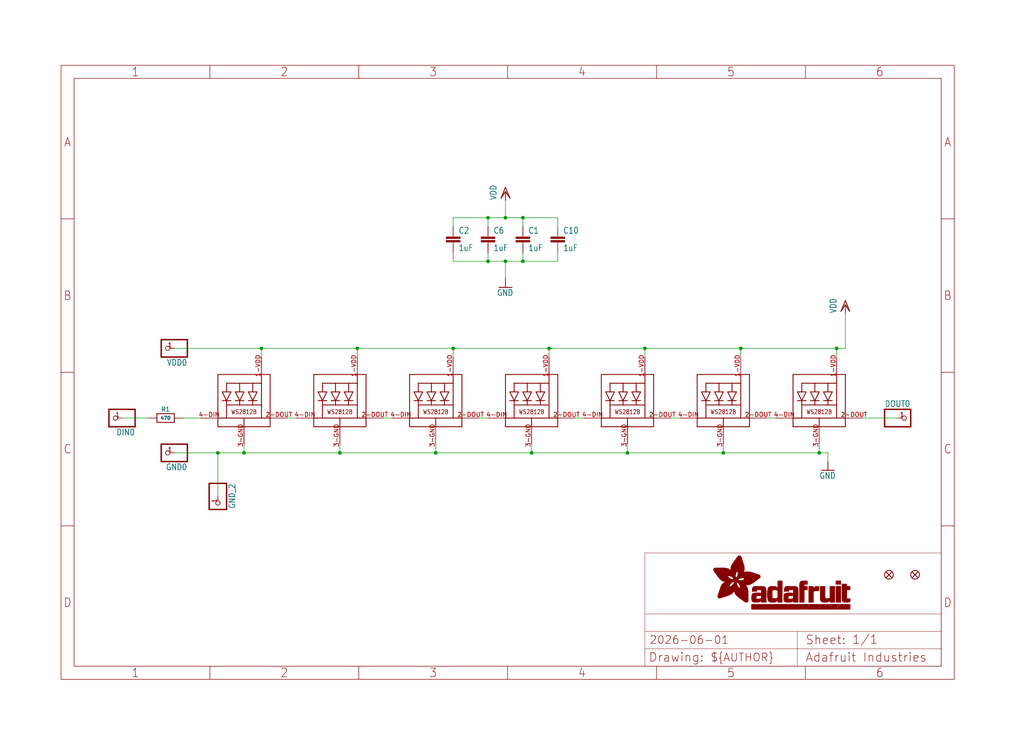
<source format=kicad_sch>
(kicad_sch (version 20230121) (generator eeschema)
  (paper "User" 298.45 217.322)
  (lib_symbols
    (symbol "working-eagle-import:C-EUC0603"
      (property "Reference" "C" (at 1.524 0.381 0))
      (symbol "C-EUC0603_1_0"
        (pin passive line (at 0 2.54 270) (length 2.54) (name "1") (number "1"))
        (pin passive line (at 0 -5.08 90) (length 2.54) (name "2") (number "2"))
      )
    )
    (symbol "working-eagle-import:FIDUCIAL{dblquote}{dblquote}")
    (symbol "working-eagle-import:FRAME_A4_ADAFRUIT"
      (symbol "FRAME_A4_ADAFRUIT_1_0"
        (text "${#}/${##}" (at 230.505 10.16 0) (effects (font (size 2.54 2.54)) (justify left bottom)))
        (text "${AUTHOR}" (at 189.23 5.08 0) (effects (font (size 2.286 2.286)) (justify left bottom)))
        (text "${CURRENT_DATE}" (at 171.45 10.16 0) (effects (font (size 2.286 2.286)) (justify left bottom)))
        (text "${PROJECTNAME}" (at 171.45 15.24 0) (effects (font (size 2.54 2.54)) (justify left bottom)))
        (text "1" (at 21.6958 1.905 0) (effects (font (size 2.54 2.286))))
        (text "1" (at 21.6958 177.165 0) (effects (font (size 2.54 2.286))))
        (text "2" (at 65.0875 1.905 0) (effects (font (size 2.54 2.286))))
        (text "2" (at 65.0875 177.165 0) (effects (font (size 2.54 2.286))))
        (text "3" (at 108.4792 1.905 0) (effects (font (size 2.54 2.286))))
        (text "3" (at 108.4792 177.165 0) (effects (font (size 2.54 2.286))))
        (text "4" (at 151.8708 1.905 0) (effects (font (size 2.54 2.286))))
        (text "4" (at 151.8708 177.165 0) (effects (font (size 2.54 2.286))))
        (text "5" (at 195.2625 1.905 0) (effects (font (size 2.54 2.286))))
        (text "5" (at 195.2625 177.165 0) (effects (font (size 2.54 2.286))))
        (text "6" (at 238.6542 1.905 0) (effects (font (size 2.54 2.286))))
        (text "6" (at 238.6542 177.165 0) (effects (font (size 2.54 2.286))))
        (text "A" (at 1.905 156.6863 0) (effects (font (size 2.54 2.286))))
        (text "A" (at 258.445 156.6863 0) (effects (font (size 2.54 2.286))))
        (text "Adafruit Industries" (at 216.916 4.953 0) (effects (font (size 2.54 2.54)) (justify left bottom)))
        (text "B" (at 1.905 111.9188 0) (effects (font (size 2.54 2.286))))
        (text "B" (at 258.445 111.9188 0) (effects (font (size 2.54 2.286))))
        (text "C" (at 1.905 67.1513 0) (effects (font (size 2.54 2.286))))
        (text "C" (at 258.445 67.1513 0) (effects (font (size 2.54 2.286))))
        (text "D" (at 1.905 22.3838 0) (effects (font (size 2.54 2.286))))
        (text "D" (at 258.445 22.3838 0) (effects (font (size 2.54 2.286))))
        (text "Drawing:" (at 171.196 4.953 0) (effects (font (size 2.54 2.54)) (justify left bottom)))
        (text "Sheet:" (at 216.916 10.033 0) (effects (font (size 2.54 2.54)) (justify left bottom)))
      )
    )
    (symbol "working-eagle-import:GND" (power)
      (property "Value" "GND" (at -2.54 -2.54 0))
      (symbol "GND_1_0"
        (pin power_in line (at 0 2.54 270) (length 2.54) (name "GND") (number "1"))
      )
    )
    (symbol "working-eagle-import:PINHD-1X1CB"
      (property "Reference" "JP" (at -6.35 3.175 0))
      (symbol "PINHD-1X1CB_1_0"
        (pin passive inverted (at -2.54 0 0) (length 2.54) (name "1") (number "1"))
      )
    )
    (symbol "working-eagle-import:RESISTOR_0603_NOOUT"
      (property "Reference" "R" (at 0 2.54 0))
      (symbol "RESISTOR_0603_NOOUT_1_0"
        (pin passive line (at -5.08 0 0) (length 2.54) (name "1") (number "1"))
        (pin passive line (at 5.08 0 180) (length 2.54) (name "2") (number "2"))
      )
    )
    (symbol "working-eagle-import:VDD" (power)
      (property "Value" "VDD" (at -2.54 -2.54 90))
      (symbol "VDD_1_0"
        (pin power_in line (at 0 -2.54 90) (length 2.54) (name "VDD") (number "1"))
      )
    )
    (symbol "working-eagle-import:WS2812B5050"
      (symbol "WS2812B5050_1_0"
        (text "WS2812B" (at 3.81 0 0) (effects (font (size 1.27 1.0795)) (justify right top)))
        (pin power_in line (at 5.08 15.24 270) (length 5.08) (name "VDD") (number "1-VDD"))
        (pin output line (at 12.7 -2.54 180) (length 5.08) (name "DO") (number "2-DOUT"))
        (pin power_in line (at 0 -10.16 90) (length 5.08) (name "GND") (number "3-GND"))
        (pin input line (at -12.7 -2.54 0) (length 5.08) (name "DI") (number "4-DIN"))
      )
    )
  )
  (junction (at 76.2 101.6))
  (junction (at 187.96 101.6))
  (junction (at 147.32 76.2))
  (junction (at 132.08 101.6))
  (junction (at 152.4 63.5))
  (junction (at 152.4 76.2))
  (junction (at 142.24 76.2))
  (junction (at 160.02 101.6))
  (junction (at 63.5 132.08))
  (junction (at 238.76 132.08))
  (junction (at 99.06 132.08))
  (junction (at 127 132.08))
  (junction (at 71.12 132.08))
  (junction (at 154.94 132.08))
  (junction (at 142.24 63.5))
  (junction (at 182.88 132.08))
  (junction (at 243.84 101.6))
  (junction (at 147.32 63.5))
  (junction (at 215.9 101.6))
  (junction (at 104.14 101.6))
  (junction (at 210.82 132.08))
  (wire (pts (xy 170.18 121.92) (xy 167.64 121.92)) (stroke (width 0.1524)))
  (wire (pts (xy 210.82 132.08) (xy 182.88 132.08)) (stroke (width 0.1524)))
  (wire (pts (xy 182.88 132.08) (xy 154.94 132.08)) (stroke (width 0.1524)))
  (wire (pts (xy 246.38 101.6) (xy 243.84 101.6)) (stroke (width 0.1524)))
  (wire (pts (xy 63.5 132.08) (xy 71.12 132.08)) (stroke (width 0.1524)))
  (wire (pts (xy 127 132.08) (xy 99.06 132.08)) (stroke (width 0.1524)))
  (wire (pts (xy 241.3 132.08) (xy 241.3 134.62)) (stroke (width 0.1524)))
  (wire (pts (xy 142.24 76.2) (xy 142.24 73.66)) (stroke (width 0.1524)))
  (wire (pts (xy 132.08 66.04) (xy 132.08 63.5)) (stroke (width 0.1524)))
  (wire (pts (xy 132.08 101.6) (xy 104.14 101.6)) (stroke (width 0.1524)))
  (wire (pts (xy 154.94 132.08) (xy 154.94 129.54)) (stroke (width 0.1524)))
  (wire (pts (xy 114.3 121.92) (xy 111.76 121.92)) (stroke (width 0.1524)))
  (wire (pts (xy 147.32 76.2) (xy 142.24 76.2)) (stroke (width 0.1524)))
  (wire (pts (xy 152.4 66.04) (xy 152.4 63.5)) (stroke (width 0.1524)))
  (wire (pts (xy 160.02 101.6) (xy 132.08 101.6)) (stroke (width 0.1524)))
  (wire (pts (xy 147.32 63.5) (xy 142.24 63.5)) (stroke (width 0.1524)))
  (wire (pts (xy 187.96 101.6) (xy 160.02 101.6)) (stroke (width 0.1524)))
  (wire (pts (xy 50.8 101.6) (xy 76.2 101.6)) (stroke (width 0.1524)))
  (wire (pts (xy 86.36 121.92) (xy 83.82 121.92)) (stroke (width 0.1524)))
  (wire (pts (xy 50.8 132.08) (xy 63.5 132.08)) (stroke (width 0.1524)))
  (wire (pts (xy 35.56 121.92) (xy 43.18 121.92)) (stroke (width 0.1524)))
  (wire (pts (xy 215.9 104.14) (xy 215.9 101.6)) (stroke (width 0.1524)))
  (wire (pts (xy 198.12 121.92) (xy 195.58 121.92)) (stroke (width 0.1524)))
  (wire (pts (xy 246.38 101.6) (xy 246.38 91.44)) (stroke (width 0.1524)))
  (wire (pts (xy 53.34 121.92) (xy 58.42 121.92)) (stroke (width 0.1524)))
  (wire (pts (xy 147.32 76.2) (xy 147.32 81.28)) (stroke (width 0.1524)))
  (wire (pts (xy 99.06 132.08) (xy 71.12 132.08)) (stroke (width 0.1524)))
  (wire (pts (xy 142.24 66.04) (xy 142.24 63.5)) (stroke (width 0.1524)))
  (wire (pts (xy 162.56 63.5) (xy 152.4 63.5)) (stroke (width 0.1524)))
  (wire (pts (xy 63.5 144.78) (xy 63.5 132.08)) (stroke (width 0.1524)))
  (wire (pts (xy 238.76 132.08) (xy 210.82 132.08)) (stroke (width 0.1524)))
  (wire (pts (xy 182.88 132.08) (xy 182.88 129.54)) (stroke (width 0.1524)))
  (wire (pts (xy 104.14 104.14) (xy 104.14 101.6)) (stroke (width 0.1524)))
  (wire (pts (xy 104.14 101.6) (xy 76.2 101.6)) (stroke (width 0.1524)))
  (wire (pts (xy 132.08 76.2) (xy 132.08 73.66)) (stroke (width 0.1524)))
  (wire (pts (xy 142.24 76.2) (xy 132.08 76.2)) (stroke (width 0.1524)))
  (wire (pts (xy 147.32 63.5) (xy 152.4 63.5)) (stroke (width 0.1524)))
  (wire (pts (xy 187.96 104.14) (xy 187.96 101.6)) (stroke (width 0.1524)))
  (wire (pts (xy 142.24 63.5) (xy 132.08 63.5)) (stroke (width 0.1524)))
  (wire (pts (xy 241.3 132.08) (xy 238.76 132.08)) (stroke (width 0.1524)))
  (wire (pts (xy 210.82 132.08) (xy 210.82 129.54)) (stroke (width 0.1524)))
  (wire (pts (xy 76.2 104.14) (xy 76.2 101.6)) (stroke (width 0.1524)))
  (wire (pts (xy 142.24 121.92) (xy 139.7 121.92)) (stroke (width 0.1524)))
  (wire (pts (xy 147.32 63.5) (xy 147.32 58.42)) (stroke (width 0.1524)))
  (wire (pts (xy 71.12 132.08) (xy 71.12 129.54)) (stroke (width 0.1524)))
  (wire (pts (xy 152.4 76.2) (xy 152.4 73.66)) (stroke (width 0.1524)))
  (wire (pts (xy 238.76 132.08) (xy 238.76 129.54)) (stroke (width 0.1524)))
  (wire (pts (xy 132.08 104.14) (xy 132.08 101.6)) (stroke (width 0.1524)))
  (wire (pts (xy 215.9 101.6) (xy 187.96 101.6)) (stroke (width 0.1524)))
  (wire (pts (xy 127 132.08) (xy 127 129.54)) (stroke (width 0.1524)))
  (wire (pts (xy 251.46 121.92) (xy 261.62 121.92)) (stroke (width 0.1524)))
  (wire (pts (xy 243.84 104.14) (xy 243.84 101.6)) (stroke (width 0.1524)))
  (wire (pts (xy 160.02 104.14) (xy 160.02 101.6)) (stroke (width 0.1524)))
  (wire (pts (xy 226.06 121.92) (xy 223.52 121.92)) (stroke (width 0.1524)))
  (wire (pts (xy 162.56 76.2) (xy 162.56 73.66)) (stroke (width 0.1524)))
  (wire (pts (xy 162.56 76.2) (xy 152.4 76.2)) (stroke (width 0.1524)))
  (wire (pts (xy 162.56 66.04) (xy 162.56 63.5)) (stroke (width 0.1524)))
  (wire (pts (xy 99.06 132.08) (xy 99.06 129.54)) (stroke (width 0.1524)))
  (wire (pts (xy 243.84 101.6) (xy 215.9 101.6)) (stroke (width 0.1524)))
  (wire (pts (xy 154.94 132.08) (xy 127 132.08)) (stroke (width 0.1524)))
  (wire (pts (xy 147.32 76.2) (xy 152.4 76.2)) (stroke (width 0.1524)))
  (symbol (lib_id "working-eagle-import:PINHD-1X1CB") (at 48.26 101.6 180) (unit 1)
    (property "Reference" "VDD0" (at 54.61 104.775 0) (effects (font (size 1.778 1.5113)) (justify left bottom)))
    (property "Value" "PINHD-1X1CB" (effects hide))
    (property "Footprint" "working:1X01-CLEANBIG" (effects hide))
  )
  (symbol (lib_id "working-eagle-import:WS2812B5050") (at 71.12 119.38 0) (unit 1)
    (property "Reference" "LED1" (effects hide))
    (property "Value" "WS2812B5050" (effects hide))
    (property "Footprint" "working:WS2812B" (effects hide))
  )
  (symbol (lib_id "working-eagle-import:PINHD-1X1CB") (at 33.02 121.92 180) (unit 1)
    (property "Reference" "DIN0" (at 39.37 125.095 0) (effects (font (size 1.778 1.5113)) (justify left bottom)))
    (property "Value" "PINHD-1X1CB" (effects hide))
    (property "Footprint" "working:1X01-CLEANBIG" (effects hide))
  )
  (symbol (lib_id "working-eagle-import:WS2812B5050") (at 182.88 119.38 0) (unit 1)
    (property "Reference" "LED5" (effects hide))
    (property "Value" "WS2812B5050" (effects hide))
    (property "Footprint" "working:WS2812B" (effects hide))
  )
  (symbol (lib_id "working-eagle-import:PINHD-1X1CB") (at 48.26 132.08 180) (unit 1)
    (property "Reference" "GND0" (at 54.61 135.255 0) (effects (font (size 1.778 1.5113)) (justify left bottom)))
    (property "Value" "PINHD-1X1CB" (effects hide))
    (property "Footprint" "working:1X01-CLEANBIG" (effects hide))
  )
  (symbol (lib_id "working-eagle-import:C-EUC0603") (at 162.56 68.58 0) (unit 1)
    (property "Reference" "C10" (at 164.084 68.199 0) (effects (font (size 1.778 1.5113)) (justify left bottom)))
    (property "Value" "1uF" (at 164.084 73.279 0) (effects (font (size 1.778 1.5113)) (justify left bottom)))
    (property "Footprint" "working:C0603" (effects hide))
  )
  (symbol (lib_id "working-eagle-import:RESISTOR_0603_NOOUT") (at 48.26 121.92 0) (unit 1)
    (property "Reference" "R1" (at 48.26 119.38 0))
    (property "Value" "470" (at 48.26 121.92 0) (effects (font (size 1.016 1.016) bold)))
    (property "Footprint" "working:0603-NO" (effects hide))
  )
  (symbol (lib_id "working-eagle-import:WS2812B5050") (at 127 119.38 0) (unit 1)
    (property "Reference" "LED3" (effects hide))
    (property "Value" "WS2812B5050" (effects hide))
    (property "Footprint" "working:WS2812B" (effects hide))
  )
  (symbol (lib_id "working-eagle-import:FIDUCIAL{dblquote}{dblquote}") (at 266.7 167.64 0) (unit 1)
    (property "Reference" "FID1" (effects hide))
    (property "Value" "FIDUCIAL{dblquote}{dblquote}" (effects hide))
    (property "Footprint" "working:FIDUCIAL_1MM" (effects hide))
  )
  (symbol (lib_id "working-eagle-import:WS2812B5050") (at 154.94 119.38 0) (unit 1)
    (property "Reference" "LED4" (effects hide))
    (property "Value" "WS2812B5050" (effects hide))
    (property "Footprint" "working:WS2812B" (effects hide))
  )
  (symbol (lib_id "working-eagle-import:C-EUC0603") (at 152.4 68.58 0) (unit 1)
    (property "Reference" "C1" (at 153.924 68.199 0) (effects (font (size 1.778 1.5113)) (justify left bottom)))
    (property "Value" "1uF" (at 153.924 73.279 0) (effects (font (size 1.778 1.5113)) (justify left bottom)))
    (property "Footprint" "working:C0603" (effects hide))
  )
  (symbol (lib_id "working-eagle-import:C-EUC0603") (at 142.24 68.58 0) (unit 1)
    (property "Reference" "C6" (at 143.764 68.199 0) (effects (font (size 1.778 1.5113)) (justify left bottom)))
    (property "Value" "1uF" (at 143.764 73.279 0) (effects (font (size 1.778 1.5113)) (justify left bottom)))
    (property "Footprint" "working:C0603" (effects hide))
  )
  (symbol (lib_id "working-eagle-import:WS2812B5050") (at 238.76 119.38 0) (unit 1)
    (property "Reference" "LED7" (effects hide))
    (property "Value" "WS2812B5050" (effects hide))
    (property "Footprint" "working:WS2812B" (effects hide))
  )
  (symbol (lib_id "working-eagle-import:FIDUCIAL{dblquote}{dblquote}") (at 259.08 167.64 0) (unit 1)
    (property "Reference" "FID2" (effects hide))
    (property "Value" "FIDUCIAL{dblquote}{dblquote}" (effects hide))
    (property "Footprint" "working:FIDUCIAL_1MM" (effects hide))
  )
  (symbol (lib_id "working-eagle-import:FRAME_A4_ADAFRUIT") (at 17.78 198.12 0) (unit 1)
    (property "Reference" "#U$1" (effects hide))
    (property "Value" "FRAME_A4_ADAFRUIT" (effects hide))
  )
  (symbol (lib_id "working-eagle-import:GND") (at 147.32 83.82 0) (unit 1)
    (property "Reference" "#GND2" (effects hide))
    (property "Value" "GND" (at 144.78 86.36 0) (effects (font (size 1.778 1.5113)) (justify left bottom)))
  )
  (symbol (lib_id "working-eagle-import:VDD") (at 246.38 88.9 0) (unit 1)
    (property "Reference" "#VDD1" (effects hide))
    (property "Value" "VDD" (at 243.84 91.44 90) (effects (font (size 1.778 1.5113)) (justify left bottom)))
  )
  (symbol (lib_id "working-eagle-import:WS2812B5050") (at 210.82 119.38 0) (unit 1)
    (property "Reference" "LED6" (effects hide))
    (property "Value" "WS2812B5050" (effects hide))
    (property "Footprint" "working:WS2812B" (effects hide))
  )
  (symbol (lib_id "working-eagle-import:PINHD-1X1CB") (at 264.16 121.92 0) (unit 1)
    (property "Reference" "DOUT0" (at 257.81 118.745 0) (effects (font (size 1.778 1.5113)) (justify left bottom)))
    (property "Value" "PINHD-1X1CB" (effects hide))
    (property "Footprint" "working:1X01-CLEANBIG" (effects hide))
  )
  (symbol (lib_id "working-eagle-import:WS2812B5050") (at 99.06 119.38 0) (unit 1)
    (property "Reference" "LED2" (effects hide))
    (property "Value" "WS2812B5050" (effects hide))
    (property "Footprint" "working:WS2812B" (effects hide))
  )
  (symbol (lib_id "working-eagle-import:GND") (at 241.3 137.16 0) (unit 1)
    (property "Reference" "#GND1" (effects hide))
    (property "Value" "GND" (at 238.76 139.7 0) (effects (font (size 1.778 1.5113)) (justify left bottom)))
  )
  (symbol (lib_id "working-eagle-import:VDD") (at 147.32 55.88 0) (unit 1)
    (property "Reference" "#VDD2" (effects hide))
    (property "Value" "VDD" (at 144.78 58.42 90) (effects (font (size 1.778 1.5113)) (justify left bottom)))
  )
  (symbol (lib_id "working-eagle-import:PINHD-1X1CB") (at 63.5 147.32 270) (unit 1)
    (property "Reference" "GND_2" (at 66.675 140.97 0) (effects (font (size 1.778 1.5113)) (justify left bottom)))
    (property "Value" "PINHD-1X1CB" (effects hide))
    (property "Footprint" "working:1X01-CLEANBIG" (effects hide))
  )
  (symbol (lib_id "working-eagle-import:C-EUC0603") (at 132.08 68.58 0) (unit 1)
    (property "Reference" "C2" (at 133.604 68.199 0) (effects (font (size 1.778 1.5113)) (justify left bottom)))
    (property "Value" "1uF" (at 133.604 73.279 0) (effects (font (size 1.778 1.5113)) (justify left bottom)))
    (property "Footprint" "working:C0603" (effects hide))
  )
)
</source>
